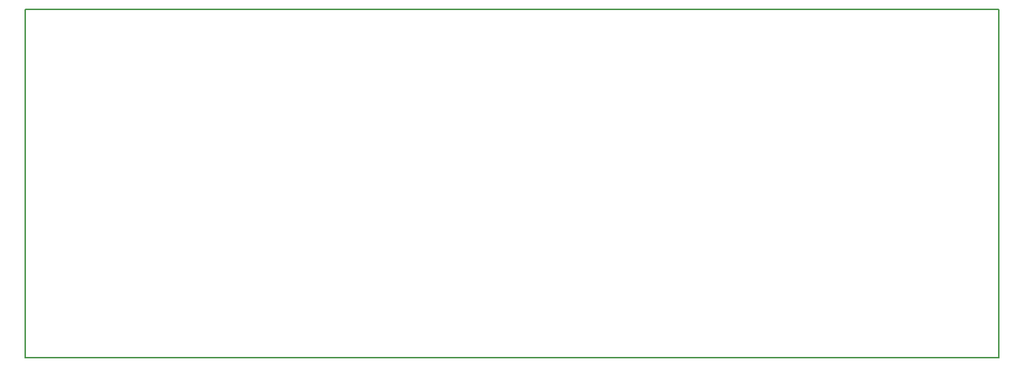
<source format=gbr>
G04 DipTrace 4.1.0.0*
G04 BoardOutline.gbr*
%MOIN*%
G04 #@! TF.FileFunction,Profile*
G04 #@! TF.Part,Single*
%ADD12C,0.005512*%
%FSLAX26Y26*%
G04*
G70*
G90*
G75*
G01*
G04 BoardOutline*
%LPD*%
X4901575Y2007874D2*
D12*
X393701D1*
Y393701D1*
X4901575D1*
Y2007874D1*
M02*

</source>
